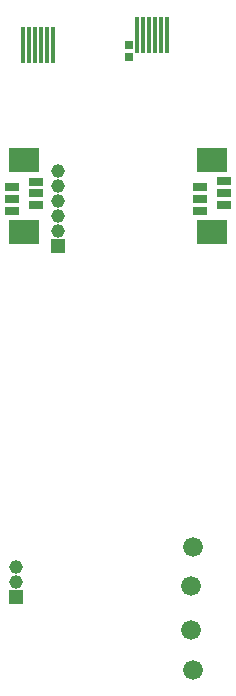
<source format=gbr>
%FSTAX26Y26*%
%MOMM*%
%SFA1B1*%

%IPPOS*%
%ADD76R,0.699999X0.699999*%
%ADD86C,1.152398*%
%ADD87R,1.152398X1.152398*%
%ADD88C,1.676397*%
%ADD89R,0.401599X3.101594*%
%ADD90R,1.152398X0.652399*%
%ADD91R,2.552395X2.152396*%
%LNpcb_soldermask_bot-1*%
%LPD*%
G54D76*
X10726978Y59641181D03*
Y60641179D03*
G54D86*
X011938Y151384D03*
Y164084D03*
X04699Y449072D03*
Y461772D03*
Y474472D03*
Y48717174D03*
Y49987174D03*
G54D87*
X011938Y138684D03*
X04699Y436372D03*
G54D88*
X16165576Y077486D03*
X159766Y110744D03*
X159512Y147828D03*
X16165576Y18108599D03*
G54D89*
X12958191Y6148738D03*
X1345819D03*
X13958189D03*
X12458192D03*
X11958193D03*
X11458194D03*
X04297984Y606044D03*
X03797985D03*
X03297986D03*
X02797987D03*
X02297988D03*
X01797989D03*
G54D90*
X16770578Y46572779D03*
X187706Y47072778D03*
Y48072776D03*
Y490728D03*
X16770578Y48572775D03*
Y47572777D03*
X028702Y48066198D03*
Y49066196D03*
Y470662D03*
X00870178Y47566199D03*
Y48566197D03*
Y46566175D03*
G54D91*
X17770576Y44772783D03*
Y50872796D03*
X01870176Y50866192D03*
Y44766179D03*
M02*
</source>
